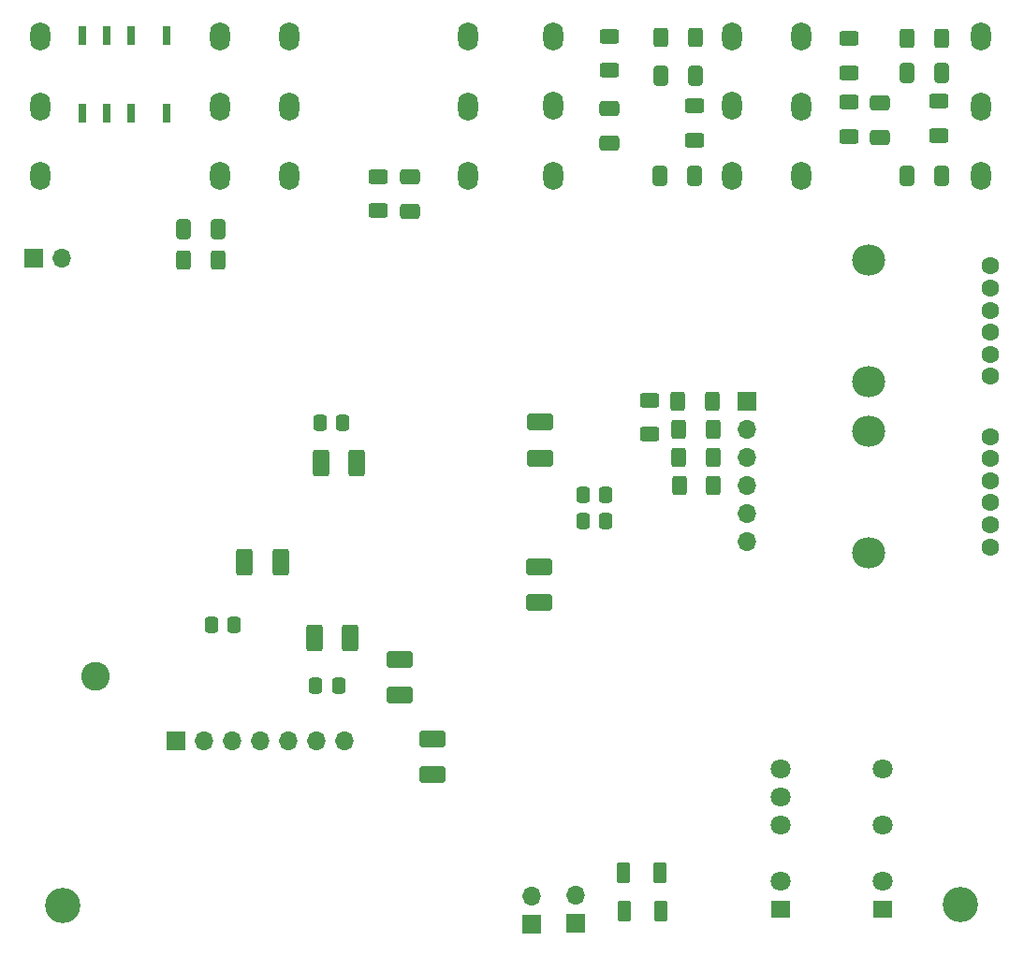
<source format=gbr>
%TF.GenerationSoftware,KiCad,Pcbnew,9.0.5*%
%TF.CreationDate,2025-11-16T19:00:17+01:00*%
%TF.ProjectId,OSCAR_Audio,4f534341-525f-4417-9564-696f2e6b6963,rev?*%
%TF.SameCoordinates,Original*%
%TF.FileFunction,Soldermask,Top*%
%TF.FilePolarity,Negative*%
%FSLAX46Y46*%
G04 Gerber Fmt 4.6, Leading zero omitted, Abs format (unit mm)*
G04 Created by KiCad (PCBNEW 9.0.5) date 2025-11-16 19:00:17*
%MOMM*%
%LPD*%
G01*
G04 APERTURE LIST*
G04 Aperture macros list*
%AMRoundRect*
0 Rectangle with rounded corners*
0 $1 Rounding radius*
0 $2 $3 $4 $5 $6 $7 $8 $9 X,Y pos of 4 corners*
0 Add a 4 corners polygon primitive as box body*
4,1,4,$2,$3,$4,$5,$6,$7,$8,$9,$2,$3,0*
0 Add four circle primitives for the rounded corners*
1,1,$1+$1,$2,$3*
1,1,$1+$1,$4,$5*
1,1,$1+$1,$6,$7*
1,1,$1+$1,$8,$9*
0 Add four rect primitives between the rounded corners*
20,1,$1+$1,$2,$3,$4,$5,0*
20,1,$1+$1,$4,$5,$6,$7,0*
20,1,$1+$1,$6,$7,$8,$9,0*
20,1,$1+$1,$8,$9,$2,$3,0*%
G04 Aperture macros list end*
%ADD10RoundRect,0.250001X-0.944999X0.507499X-0.944999X-0.507499X0.944999X-0.507499X0.944999X0.507499X0*%
%ADD11RoundRect,0.250000X-0.625000X0.400000X-0.625000X-0.400000X0.625000X-0.400000X0.625000X0.400000X0*%
%ADD12R,1.700000X1.700000*%
%ADD13O,1.700000X1.700000*%
%ADD14RoundRect,0.250000X0.337500X0.475000X-0.337500X0.475000X-0.337500X-0.475000X0.337500X-0.475000X0*%
%ADD15RoundRect,0.250000X-0.400000X-0.625000X0.400000X-0.625000X0.400000X0.625000X-0.400000X0.625000X0*%
%ADD16RoundRect,0.250000X-0.337500X-0.475000X0.337500X-0.475000X0.337500X0.475000X-0.337500X0.475000X0*%
%ADD17RoundRect,0.250001X-0.507499X-0.944999X0.507499X-0.944999X0.507499X0.944999X-0.507499X0.944999X0*%
%ADD18RoundRect,0.250000X0.412500X0.650000X-0.412500X0.650000X-0.412500X-0.650000X0.412500X-0.650000X0*%
%ADD19O,3.000000X2.800000*%
%ADD20C,1.600000*%
%ADD21RoundRect,0.250000X-0.362500X-0.700000X0.362500X-0.700000X0.362500X0.700000X-0.362500X0.700000X0*%
%ADD22RoundRect,0.250000X0.625000X-0.400000X0.625000X0.400000X-0.625000X0.400000X-0.625000X-0.400000X0*%
%ADD23C,3.200000*%
%ADD24RoundRect,0.250001X0.507499X0.944999X-0.507499X0.944999X-0.507499X-0.944999X0.507499X-0.944999X0*%
%ADD25RoundRect,0.250000X-0.650000X0.412500X-0.650000X-0.412500X0.650000X-0.412500X0.650000X0.412500X0*%
%ADD26RoundRect,0.250000X-0.412500X-0.650000X0.412500X-0.650000X0.412500X0.650000X-0.412500X0.650000X0*%
%ADD27R,0.800000X1.800000*%
%ADD28O,1.800000X2.600000*%
%ADD29R,1.800000X1.500000*%
%ADD30C,1.800000*%
%ADD31C,2.600000*%
G04 APERTURE END LIST*
D10*
%TO.C,C32*%
X151090000Y-112962500D03*
X151090000Y-116217500D03*
%TD*%
D11*
%TO.C,R40*%
X170690000Y-82290000D03*
X170690000Y-85390000D03*
%TD*%
D12*
%TO.C,J5*%
X127870000Y-113180000D03*
D13*
X130410000Y-113180000D03*
X132950000Y-113180000D03*
X135490000Y-113180000D03*
X138030000Y-113180000D03*
X140570000Y-113180000D03*
X143110000Y-113180000D03*
%TD*%
D11*
%TO.C,R14*%
X188740000Y-55350000D03*
X188740000Y-58450000D03*
%TD*%
D14*
%TO.C,C43*%
X166757500Y-90850000D03*
X164682500Y-90850000D03*
%TD*%
D15*
%TO.C,R44*%
X173350000Y-87500000D03*
X176450000Y-87500000D03*
%TD*%
D16*
%TO.C,C40*%
X164702500Y-93260000D03*
X166777500Y-93260000D03*
%TD*%
D12*
%TO.C,J6*%
X179500000Y-82420000D03*
D13*
X179500000Y-84960000D03*
X179500000Y-87500000D03*
X179500000Y-90040000D03*
X179500000Y-92580000D03*
X179500000Y-95120000D03*
%TD*%
D14*
%TO.C,C6*%
X142950000Y-84340000D03*
X140875000Y-84340000D03*
%TD*%
D17*
%TO.C,C7*%
X140960000Y-87990000D03*
X144215000Y-87990000D03*
%TD*%
D14*
%TO.C,C33*%
X142587500Y-108160000D03*
X140512500Y-108160000D03*
%TD*%
D10*
%TO.C,C29*%
X148100000Y-105785000D03*
X148100000Y-109040000D03*
%TD*%
D15*
%TO.C,R34*%
X128550000Y-69630000D03*
X131650000Y-69630000D03*
%TD*%
D10*
%TO.C,C41*%
X160700000Y-97405000D03*
X160700000Y-100660000D03*
%TD*%
D15*
%TO.C,R5*%
X171770000Y-49450000D03*
X174870000Y-49450000D03*
%TD*%
D18*
%TO.C,C11*%
X197142500Y-52660000D03*
X194017500Y-52660000D03*
%TD*%
D19*
%TO.C,RV1*%
X190560000Y-80670000D03*
X190560000Y-69670000D03*
D20*
X201560000Y-76170000D03*
X201560000Y-74170000D03*
X201560000Y-72170000D03*
X201560000Y-78170000D03*
X201560000Y-80170000D03*
X201560000Y-70170000D03*
%TD*%
D15*
%TO.C,R42*%
X173350000Y-84960000D03*
X176450000Y-84960000D03*
%TD*%
D11*
%TO.C,R10*%
X196900000Y-55250000D03*
X196900000Y-58350000D03*
%TD*%
D21*
%TO.C,FB1*%
X168407500Y-128550000D03*
X171732500Y-128550000D03*
%TD*%
D22*
%TO.C,R13*%
X188750000Y-52700000D03*
X188750000Y-49600000D03*
%TD*%
D23*
%TO.C,REF\u002A\u002A*%
X117630000Y-128040000D03*
%TD*%
D11*
%TO.C,R24*%
X146140000Y-62060000D03*
X146140000Y-65160000D03*
%TD*%
D10*
%TO.C,C44*%
X160840000Y-84285000D03*
X160840000Y-87540000D03*
%TD*%
D18*
%TO.C,C2*%
X174792500Y-62020000D03*
X171667500Y-62020000D03*
%TD*%
D24*
%TO.C,C36*%
X137327500Y-96940000D03*
X134072500Y-96940000D03*
%TD*%
D12*
%TO.C,J8*%
X164040000Y-129700000D03*
D13*
X164040000Y-127160000D03*
%TD*%
D25*
%TO.C,C12*%
X191570000Y-55387500D03*
X191570000Y-58512500D03*
%TD*%
D23*
%TO.C,REF\u002A\u002A*%
X198790000Y-127940000D03*
%TD*%
D18*
%TO.C,C9*%
X197162500Y-62010000D03*
X194037500Y-62010000D03*
%TD*%
D19*
%TO.C,RV2*%
X190560000Y-96100000D03*
X190560000Y-85100000D03*
D20*
X201560000Y-91600000D03*
X201560000Y-89600000D03*
X201560000Y-87600000D03*
X201560000Y-93600000D03*
X201560000Y-95600000D03*
X201560000Y-85600000D03*
%TD*%
D18*
%TO.C,C4*%
X174862500Y-52920000D03*
X171737500Y-52920000D03*
%TD*%
D15*
%TO.C,R12*%
X194030000Y-49550000D03*
X197130000Y-49550000D03*
%TD*%
D25*
%TO.C,C5*%
X167040000Y-55915000D03*
X167040000Y-59040000D03*
%TD*%
D14*
%TO.C,C35*%
X133127500Y-102630000D03*
X131052500Y-102630000D03*
%TD*%
D26*
%TO.C,C19*%
X128547500Y-66870000D03*
X131672500Y-66870000D03*
%TD*%
D21*
%TO.C,FB3*%
X168337500Y-125070000D03*
X171662500Y-125070000D03*
%TD*%
D11*
%TO.C,R2*%
X174790000Y-55690000D03*
X174790000Y-58790000D03*
%TD*%
D27*
%TO.C,K1*%
X127000000Y-49300000D03*
X123800000Y-49300000D03*
X121600000Y-49300000D03*
X119400000Y-49300000D03*
X119400000Y-56300000D03*
X121600000Y-56300000D03*
X123800000Y-56300000D03*
X127000000Y-56300000D03*
%TD*%
D15*
%TO.C,R41*%
X173390000Y-90050000D03*
X176490000Y-90050000D03*
%TD*%
D22*
%TO.C,R6*%
X167040000Y-52480000D03*
X167040000Y-49380000D03*
%TD*%
D24*
%TO.C,C34*%
X143657500Y-103870000D03*
X140402500Y-103870000D03*
%TD*%
D12*
%TO.C,J7*%
X160010000Y-129710000D03*
D13*
X160010000Y-127170000D03*
%TD*%
D12*
%TO.C,J9*%
X115015000Y-69480000D03*
D13*
X117555000Y-69480000D03*
%TD*%
D25*
%TO.C,C15*%
X149070000Y-62097500D03*
X149070000Y-65222500D03*
%TD*%
D15*
%TO.C,R43*%
X173290000Y-82390000D03*
X176390000Y-82390000D03*
%TD*%
D28*
%TO.C,J3*%
X154300000Y-55710000D03*
X138100000Y-55710000D03*
X154300000Y-49410000D03*
X138100000Y-49410000D03*
X154300000Y-62010000D03*
X138100000Y-62010000D03*
%TD*%
%TO.C,J1*%
X178160000Y-55700000D03*
X161960000Y-55700000D03*
X178160000Y-49400000D03*
X161960000Y-49400000D03*
X178160000Y-62000000D03*
X161960000Y-62000000D03*
%TD*%
%TO.C,J4*%
X131820000Y-55720000D03*
X115620000Y-55720000D03*
X131820000Y-49420000D03*
X115620000Y-49420000D03*
X131820000Y-62020000D03*
X115620000Y-62020000D03*
%TD*%
D29*
%TO.C,PS2*%
X191780000Y-128370000D03*
D30*
X191780000Y-125830000D03*
X191780000Y-120750000D03*
X191780000Y-115670000D03*
%TD*%
D29*
%TO.C,PS1*%
X182530000Y-128370000D03*
D30*
X182530000Y-125830000D03*
X182530000Y-120750000D03*
X182530000Y-118210000D03*
X182530000Y-115670000D03*
%TD*%
D28*
%TO.C,J2*%
X200650000Y-55720000D03*
X184450000Y-55720000D03*
X200650000Y-49420000D03*
X184450000Y-49420000D03*
X200650000Y-62020000D03*
X184450000Y-62020000D03*
%TD*%
D31*
%TO.C,TP2*%
X120580000Y-107340000D03*
%TD*%
M02*

</source>
